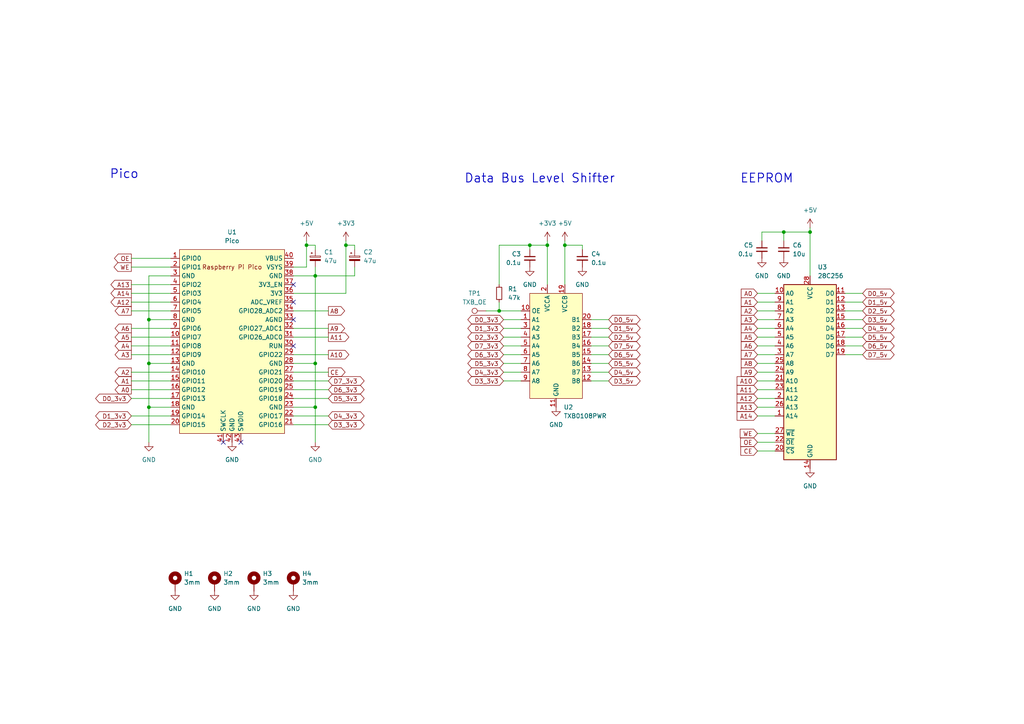
<source format=kicad_sch>
(kicad_sch (version 20230121) (generator eeschema)
  (paper "A4")
  (lib_symbols
    (symbol "Connector:TestPoint" (pin_numbers hide) (pin_names (offset 0.762) hide)
      (property "Reference" "TP" (at 0 6.858 0))
      (property "Value" "TestPoint" (at 0 5.08 0))
      (symbol "TestPoint_0_1"
        (circle (center 0 3.302) (radius 0.762))
      )
      (symbol "TestPoint_1_1"
        (pin passive line (at 0 0 90) (length 2.54) (name "1") (number "1"))
      )
    )
    (symbol "Device:C_Polarized_Small" (pin_numbers hide) (pin_names (offset 0.254) hide)
      (property "Reference" "C" (at 0.254 1.778 0))
      (property "Value" "C_Polarized_Small" (at 0.254 -2.032 0))
      (symbol "C_Polarized_Small_0_1"
        (rectangle (start -1.524 -0.3048) (end 1.524 -0.6858) (fill (type outline)))
        (rectangle (start -1.524 0.6858) (end 1.524 0.3048))
        (polyline (pts (xy -1.27 1.524) (xy -0.762 1.524)))
        (polyline (pts (xy -1.016 1.27) (xy -1.016 1.778)))
      )
      (symbol "C_Polarized_Small_1_1"
        (pin passive line (at 0 2.54 270) (length 1.8542) (name "~") (number "1"))
        (pin passive line (at 0 -2.54 90) (length 1.8542) (name "~") (number "2"))
      )
    )
    (symbol "Device:C_Small" (pin_numbers hide) (pin_names (offset 0.254) hide)
      (property "Reference" "C" (at 0.254 1.778 0))
      (property "Value" "C_Small" (at 0.254 -2.032 0))
      (symbol "C_Small_0_1"
        (polyline (pts (xy -1.524 -0.508) (xy 1.524 -0.508)) (stroke (width 0.3302)))
        (polyline (pts (xy -1.524 0.508) (xy 1.524 0.508)) (stroke (width 0.3048)))
      )
      (symbol "C_Small_1_1"
        (pin passive line (at 0 2.54 270) (length 2.032) (name "~") (number "1"))
        (pin passive line (at 0 -2.54 90) (length 2.032) (name "~") (number "2"))
      )
    )
    (symbol "Device:R_Small" (pin_numbers hide) (pin_names (offset 0.254) hide)
      (property "Reference" "R" (at 0.762 0.508 0))
      (property "Value" "R_Small" (at 0.762 -1.016 0))
      (symbol "R_Small_0_1"
        (rectangle (start -0.762 1.778) (end 0.762 -1.778) (stroke (width 0.2032)))
      )
      (symbol "R_Small_1_1"
        (pin passive line (at 0 2.54 270) (length 0.762) (name "~") (number "1"))
        (pin passive line (at 0 -2.54 90) (length 0.762) (name "~") (number "2"))
      )
    )
    (symbol "MCU_RaspberryPi_and_Boards:Pico"
      (property "Reference" "U" (at -13.97 27.94 0))
      (property "Value" "Pico" (at 0 19.05 0))
      (symbol "Pico_0_0"
        (text "Raspberry Pi Pico" (at 0 21.59 0) (effects (font (size 1.27 1.27))))
      )
      (symbol "Pico_0_1"
        (rectangle (start -15.24 26.67) (end 15.24 -26.67) (fill (type background)))
      )
      (symbol "Pico_1_1"
        (pin bidirectional line (at -17.78 24.13 0) (length 2.54) (name "GPIO0") (number "1"))
        (pin bidirectional line (at -17.78 1.27 0) (length 2.54) (name "GPIO7") (number "10"))
        (pin bidirectional line (at -17.78 -1.27 0) (length 2.54) (name "GPIO8") (number "11"))
        (pin bidirectional line (at -17.78 -3.81 0) (length 2.54) (name "GPIO9") (number "12"))
        (pin power_in line (at -17.78 -6.35 0) (length 2.54) (name "GND") (number "13"))
        (pin bidirectional line (at -17.78 -8.89 0) (length 2.54) (name "GPIO10") (number "14"))
        (pin bidirectional line (at -17.78 -11.43 0) (length 2.54) (name "GPIO11") (number "15"))
        (pin bidirectional line (at -17.78 -13.97 0) (length 2.54) (name "GPIO12") (number "16"))
        (pin bidirectional line (at -17.78 -16.51 0) (length 2.54) (name "GPIO13") (number "17"))
        (pin power_in line (at -17.78 -19.05 0) (length 2.54) (name "GND") (number "18"))
        (pin bidirectional line (at -17.78 -21.59 0) (length 2.54) (name "GPIO14") (number "19"))
        (pin bidirectional line (at -17.78 21.59 0) (length 2.54) (name "GPIO1") (number "2"))
        (pin bidirectional line (at -17.78 -24.13 0) (length 2.54) (name "GPIO15") (number "20"))
        (pin bidirectional line (at 17.78 -24.13 180) (length 2.54) (name "GPIO16") (number "21"))
        (pin bidirectional line (at 17.78 -21.59 180) (length 2.54) (name "GPIO17") (number "22"))
        (pin power_in line (at 17.78 -19.05 180) (length 2.54) (name "GND") (number "23"))
        (pin bidirectional line (at 17.78 -16.51 180) (length 2.54) (name "GPIO18") (number "24"))
        (pin bidirectional line (at 17.78 -13.97 180) (length 2.54) (name "GPIO19") (number "25"))
        (pin bidirectional line (at 17.78 -11.43 180) (length 2.54) (name "GPIO20") (number "26"))
        (pin bidirectional line (at 17.78 -8.89 180) (length 2.54) (name "GPIO21") (number "27"))
        (pin power_in line (at 17.78 -6.35 180) (length 2.54) (name "GND") (number "28"))
        (pin bidirectional line (at 17.78 -3.81 180) (length 2.54) (name "GPIO22") (number "29"))
        (pin power_in line (at -17.78 19.05 0) (length 2.54) (name "GND") (number "3"))
        (pin input line (at 17.78 -1.27 180) (length 2.54) (name "RUN") (number "30"))
        (pin bidirectional line (at 17.78 1.27 180) (length 2.54) (name "GPIO26_ADC0") (number "31"))
        (pin bidirectional line (at 17.78 3.81 180) (length 2.54) (name "GPIO27_ADC1") (number "32"))
        (pin power_in line (at 17.78 6.35 180) (length 2.54) (name "AGND") (number "33"))
        (pin bidirectional line (at 17.78 8.89 180) (length 2.54) (name "GPIO28_ADC2") (number "34"))
        (pin power_in line (at 17.78 11.43 180) (length 2.54) (name "ADC_VREF") (number "35"))
        (pin power_in line (at 17.78 13.97 180) (length 2.54) (name "3V3") (number "36"))
        (pin input line (at 17.78 16.51 180) (length 2.54) (name "3V3_EN") (number "37"))
        (pin bidirectional line (at 17.78 19.05 180) (length 2.54) (name "GND") (number "38"))
        (pin power_in line (at 17.78 21.59 180) (length 2.54) (name "VSYS") (number "39"))
        (pin bidirectional line (at -17.78 16.51 0) (length 2.54) (name "GPIO2") (number "4"))
        (pin power_in line (at 17.78 24.13 180) (length 2.54) (name "VBUS") (number "40"))
        (pin input line (at -2.54 -29.21 90) (length 2.54) (name "SWCLK") (number "41"))
        (pin power_in line (at 0 -29.21 90) (length 2.54) (name "GND") (number "42"))
        (pin bidirectional line (at 2.54 -29.21 90) (length 2.54) (name "SWDIO") (number "43"))
        (pin bidirectional line (at -17.78 13.97 0) (length 2.54) (name "GPIO3") (number "5"))
        (pin bidirectional line (at -17.78 11.43 0) (length 2.54) (name "GPIO4") (number "6"))
        (pin bidirectional line (at -17.78 8.89 0) (length 2.54) (name "GPIO5") (number "7"))
        (pin power_in line (at -17.78 6.35 0) (length 2.54) (name "GND") (number "8"))
        (pin bidirectional line (at -17.78 3.81 0) (length 2.54) (name "GPIO6") (number "9"))
      )
    )
    (symbol "Mechanical:MountingHole_Pad" (pin_numbers hide) (pin_names (offset 1.016) hide)
      (property "Reference" "H" (at 0 6.35 0))
      (property "Value" "MountingHole_Pad" (at 0 4.445 0))
      (symbol "MountingHole_Pad_0_1"
        (circle (center 0 1.27) (radius 1.27) (stroke (width 1.27)))
      )
      (symbol "MountingHole_Pad_1_1"
        (pin input line (at 0 -2.54 90) (length 2.54) (name "1") (number "1"))
      )
    )
    (symbol "Memory_EEPROM:28C256"
      (property "Reference" "U" (at -7.62 26.67 0))
      (property "Value" "28C256" (at 2.54 -26.67 0))
      (symbol "28C256_1_1"
        (rectangle (start -7.62 25.4) (end 7.62 -25.4) (stroke (width 0.254)) (fill (type background)))
        (pin input line (at -10.16 -12.7 0) (length 2.54) (name "A14") (number "1"))
        (pin input line (at -10.16 22.86 0) (length 2.54) (name "A0") (number "10"))
        (pin tri_state line (at 10.16 22.86 180) (length 2.54) (name "D0") (number "11"))
        (pin tri_state line (at 10.16 20.32 180) (length 2.54) (name "D1") (number "12"))
        (pin tri_state line (at 10.16 17.78 180) (length 2.54) (name "D2") (number "13"))
        (pin power_in line (at 0 -27.94 90) (length 2.54) (name "GND") (number "14"))
        (pin tri_state line (at 10.16 15.24 180) (length 2.54) (name "D3") (number "15"))
        (pin tri_state line (at 10.16 12.7 180) (length 2.54) (name "D4") (number "16"))
        (pin tri_state line (at 10.16 10.16 180) (length 2.54) (name "D5") (number "17"))
        (pin tri_state line (at 10.16 7.62 180) (length 2.54) (name "D6") (number "18"))
        (pin tri_state line (at 10.16 5.08 180) (length 2.54) (name "D7") (number "19"))
        (pin input line (at -10.16 -7.62 0) (length 2.54) (name "A12") (number "2"))
        (pin input line (at -10.16 -22.86 0) (length 2.54) (name "~{CS}") (number "20"))
        (pin input line (at -10.16 -2.54 0) (length 2.54) (name "A10") (number "21"))
        (pin input line (at -10.16 -20.32 0) (length 2.54) (name "~{OE}") (number "22"))
        (pin input line (at -10.16 -5.08 0) (length 2.54) (name "A11") (number "23"))
        (pin input line (at -10.16 0 0) (length 2.54) (name "A9") (number "24"))
        (pin input line (at -10.16 2.54 0) (length 2.54) (name "A8") (number "25"))
        (pin input line (at -10.16 -10.16 0) (length 2.54) (name "A13") (number "26"))
        (pin input line (at -10.16 -17.78 0) (length 2.54) (name "~{WE}") (number "27"))
        (pin power_in line (at 0 27.94 270) (length 2.54) (name "VCC") (number "28"))
        (pin input line (at -10.16 5.08 0) (length 2.54) (name "A7") (number "3"))
        (pin input line (at -10.16 7.62 0) (length 2.54) (name "A6") (number "4"))
        (pin input line (at -10.16 10.16 0) (length 2.54) (name "A5") (number "5"))
        (pin input line (at -10.16 12.7 0) (length 2.54) (name "A4") (number "6"))
        (pin input line (at -10.16 15.24 0) (length 2.54) (name "A3") (number "7"))
        (pin input line (at -10.16 17.78 0) (length 2.54) (name "A2") (number "8"))
        (pin input line (at -10.16 20.32 0) (length 2.54) (name "A1") (number "9"))
      )
    )
    (symbol "picoprom:TXB0108PWR"
      (property "Reference" "U" (at 2.54 -17.78 0))
      (property "Value" "TXB0108PWR" (at 2.54 -20.32 0))
      (symbol "TXB0108PWR_1_1"
        (rectangle (start -7.62 15.24) (end 7.62 -15.24) (fill (type background)))
        (pin bidirectional line (at -10.16 7.62 0) (length 2.54) (name "A1") (number "1"))
        (pin bidirectional line (at -10.16 10.16 0) (length 2.54) (name "OE") (number "10"))
        (pin power_in line (at 0 -17.78 90) (length 2.54) (name "GND") (number "11"))
        (pin bidirectional line (at 10.16 -10.16 180) (length 2.54) (name "B8") (number "12"))
        (pin bidirectional line (at 10.16 -7.62 180) (length 2.54) (name "B7") (number "13"))
        (pin bidirectional line (at 10.16 -5.08 180) (length 2.54) (name "B6") (number "14"))
        (pin bidirectional line (at 10.16 -2.54 180) (length 2.54) (name "B5") (number "15"))
        (pin bidirectional line (at 10.16 0 180) (length 2.54) (name "B4") (number "16"))
        (pin bidirectional line (at 10.16 2.54 180) (length 2.54) (name "B3") (number "17"))
        (pin bidirectional line (at 10.16 5.08 180) (length 2.54) (name "B2") (number "18"))
        (pin power_in line (at 2.54 17.78 270) (length 2.54) (name "VCCB") (number "19"))
        (pin power_in line (at -2.54 17.78 270) (length 2.54) (name "VCCA") (number "2"))
        (pin bidirectional line (at 10.16 7.62 180) (length 2.54) (name "B1") (number "20"))
        (pin bidirectional line (at -10.16 5.08 0) (length 2.54) (name "A2") (number "3"))
        (pin bidirectional line (at -10.16 2.54 0) (length 2.54) (name "A3") (number "4"))
        (pin bidirectional line (at -10.16 0 0) (length 2.54) (name "A4") (number "5"))
        (pin bidirectional line (at -10.16 -2.54 0) (length 2.54) (name "A5") (number "6"))
        (pin bidirectional line (at -10.16 -5.08 0) (length 2.54) (name "A6") (number "7"))
        (pin bidirectional line (at -10.16 -7.62 0) (length 2.54) (name "A7") (number "8"))
        (pin bidirectional line (at -10.16 -10.16 0) (length 2.54) (name "A8") (number "9"))
      )
    )
    (symbol "power:+3V3" (power) (pin_names (offset 0))
      (property "Value" "+3V3" (at 0 3.556 0))
      (symbol "+3V3_0_1"
        (polyline (pts (xy -0.762 1.27) (xy 0 2.54)))
        (polyline (pts (xy 0 0) (xy 0 2.54)))
        (polyline (pts (xy 0 2.54) (xy 0.762 1.27)))
      )
      (symbol "+3V3_1_1"
        (pin power_in line (at 0 0 90) (length 0) hide (name "+3V3") (number "1"))
      )
    )
    (symbol "power:+5V" (power) (pin_names (offset 0))
      (property "Value" "+5V" (at 0 3.556 0))
      (symbol "+5V_0_1"
        (polyline (pts (xy -0.762 1.27) (xy 0 2.54)))
        (polyline (pts (xy 0 0) (xy 0 2.54)))
        (polyline (pts (xy 0 2.54) (xy 0.762 1.27)))
      )
      (symbol "+5V_1_1"
        (pin power_in line (at 0 0 90) (length 0) hide (name "+5V") (number "1"))
      )
    )
    (symbol "power:GND" (power) (pin_names (offset 0))
      (property "Value" "GND" (at 0 -3.81 0))
      (symbol "GND_0_1"
        (polyline (pts (xy 0 0) (xy 0 -1.27) (xy 1.27 -1.27) (xy 0 -2.54) (xy -1.27 -1.27) (xy 0 -1.27)))
      )
      (symbol "GND_1_1"
        (pin power_in line (at 0 0 270) (length 0) hide (name "GND") (number "1"))
      )
    )
  )
  (junction (at 158.75 71.12))
  (junction (at 91.44 105.41))
  (junction (at 153.67 71.12))
  (junction (at 43.18 92.71))
  (junction (at 227.33 67.31))
  (junction (at 91.44 80.01))
  (junction (at 43.18 105.41))
  (junction (at 163.83 71.12))
  (junction (at 144.78 90.17))
  (junction (at 234.95 67.31))
  (junction (at 88.9 71.12))
  (junction (at 100.33 71.12))
  (junction (at 91.44 118.11))
  (junction (at 43.18 118.11))
  (no_connect (at 69.85 128.27))
  (no_connect (at 85.09 100.33))
  (no_connect (at 85.09 87.63))
  (no_connect (at 85.09 82.55))
  (no_connect (at 85.09 92.71))
  (no_connect (at 64.77 128.27))
  (wire (pts (xy 85.09 90.17) (xy 95.25 90.17)))
  (wire (pts (xy 91.44 80.01) (xy 102.87 80.01)))
  (wire (pts (xy 144.78 71.12) (xy 144.78 82.55)))
  (wire (pts (xy 146.05 100.33) (xy 151.13 100.33)))
  (wire (pts (xy 91.44 105.41) (xy 91.44 118.11)))
  (wire (pts (xy 38.1 100.33) (xy 49.53 100.33)))
  (wire (pts (xy 245.11 102.87) (xy 250.19 102.87)))
  (wire (pts (xy 245.11 92.71) (xy 250.19 92.71)))
  (wire (pts (xy 219.71 115.57) (xy 224.79 115.57)))
  (wire (pts (xy 85.09 95.25) (xy 95.25 95.25)))
  (wire (pts (xy 43.18 128.27) (xy 43.18 118.11)))
  (wire (pts (xy 168.91 71.12) (xy 168.91 72.39)))
  (wire (pts (xy 85.09 115.57) (xy 95.25 115.57)))
  (wire (pts (xy 43.18 80.01) (xy 49.53 80.01)))
  (wire (pts (xy 219.71 128.27) (xy 224.79 128.27)))
  (wire (pts (xy 91.44 77.47) (xy 91.44 80.01)))
  (wire (pts (xy 146.05 95.25) (xy 151.13 95.25)))
  (wire (pts (xy 219.71 110.49) (xy 224.79 110.49)))
  (wire (pts (xy 43.18 118.11) (xy 49.53 118.11)))
  (wire (pts (xy 245.11 97.79) (xy 250.19 97.79)))
  (wire (pts (xy 144.78 87.63) (xy 144.78 90.17)))
  (wire (pts (xy 219.71 90.17) (xy 224.79 90.17)))
  (wire (pts (xy 100.33 85.09) (xy 85.09 85.09)))
  (wire (pts (xy 85.09 120.65) (xy 95.25 120.65)))
  (wire (pts (xy 85.09 105.41) (xy 91.44 105.41)))
  (wire (pts (xy 163.83 71.12) (xy 168.91 71.12)))
  (wire (pts (xy 219.71 92.71) (xy 224.79 92.71)))
  (wire (pts (xy 38.1 90.17) (xy 49.53 90.17)))
  (wire (pts (xy 38.1 95.25) (xy 49.53 95.25)))
  (wire (pts (xy 245.11 100.33) (xy 250.19 100.33)))
  (wire (pts (xy 171.45 105.41) (xy 176.53 105.41)))
  (wire (pts (xy 43.18 92.71) (xy 49.53 92.71)))
  (wire (pts (xy 219.71 102.87) (xy 224.79 102.87)))
  (wire (pts (xy 220.98 67.31) (xy 227.33 67.31)))
  (wire (pts (xy 171.45 107.95) (xy 176.53 107.95)))
  (wire (pts (xy 219.71 85.09) (xy 224.79 85.09)))
  (wire (pts (xy 227.33 67.31) (xy 227.33 69.85)))
  (wire (pts (xy 245.11 85.09) (xy 250.19 85.09)))
  (wire (pts (xy 158.75 69.85) (xy 158.75 71.12)))
  (wire (pts (xy 219.71 130.81) (xy 224.79 130.81)))
  (wire (pts (xy 146.05 97.79) (xy 151.13 97.79)))
  (wire (pts (xy 171.45 110.49) (xy 176.53 110.49)))
  (wire (pts (xy 219.71 125.73) (xy 224.79 125.73)))
  (wire (pts (xy 38.1 110.49) (xy 49.53 110.49)))
  (wire (pts (xy 227.33 67.31) (xy 234.95 67.31)))
  (wire (pts (xy 38.1 85.09) (xy 49.53 85.09)))
  (wire (pts (xy 38.1 82.55) (xy 49.53 82.55)))
  (wire (pts (xy 88.9 77.47) (xy 85.09 77.47)))
  (wire (pts (xy 163.83 71.12) (xy 163.83 82.55)))
  (wire (pts (xy 245.11 95.25) (xy 250.19 95.25)))
  (wire (pts (xy 85.09 118.11) (xy 91.44 118.11)))
  (wire (pts (xy 171.45 100.33) (xy 176.53 100.33)))
  (wire (pts (xy 219.71 95.25) (xy 224.79 95.25)))
  (wire (pts (xy 91.44 118.11) (xy 91.44 128.27)))
  (wire (pts (xy 153.67 71.12) (xy 153.67 72.39)))
  (wire (pts (xy 102.87 77.47) (xy 102.87 80.01)))
  (wire (pts (xy 100.33 71.12) (xy 100.33 85.09)))
  (wire (pts (xy 234.95 66.04) (xy 234.95 67.31)))
  (wire (pts (xy 38.1 113.03) (xy 49.53 113.03)))
  (wire (pts (xy 158.75 71.12) (xy 158.75 82.55)))
  (wire (pts (xy 38.1 102.87) (xy 49.53 102.87)))
  (wire (pts (xy 43.18 92.71) (xy 43.18 80.01)))
  (wire (pts (xy 171.45 97.79) (xy 176.53 97.79)))
  (wire (pts (xy 91.44 80.01) (xy 91.44 105.41)))
  (wire (pts (xy 163.83 69.85) (xy 163.83 71.12)))
  (wire (pts (xy 85.09 113.03) (xy 95.25 113.03)))
  (wire (pts (xy 88.9 71.12) (xy 88.9 77.47)))
  (wire (pts (xy 38.1 115.57) (xy 49.53 115.57)))
  (wire (pts (xy 146.05 105.41) (xy 151.13 105.41)))
  (wire (pts (xy 219.71 120.65) (xy 224.79 120.65)))
  (wire (pts (xy 38.1 120.65) (xy 49.53 120.65)))
  (wire (pts (xy 38.1 107.95) (xy 49.53 107.95)))
  (wire (pts (xy 85.09 123.19) (xy 95.25 123.19)))
  (wire (pts (xy 38.1 97.79) (xy 49.53 97.79)))
  (wire (pts (xy 146.05 110.49) (xy 151.13 110.49)))
  (wire (pts (xy 88.9 69.85) (xy 88.9 71.12)))
  (wire (pts (xy 144.78 90.17) (xy 151.13 90.17)))
  (wire (pts (xy 38.1 87.63) (xy 49.53 87.63)))
  (wire (pts (xy 91.44 71.12) (xy 91.44 72.39)))
  (wire (pts (xy 153.67 71.12) (xy 144.78 71.12)))
  (wire (pts (xy 171.45 95.25) (xy 176.53 95.25)))
  (wire (pts (xy 43.18 118.11) (xy 43.18 105.41)))
  (wire (pts (xy 219.71 87.63) (xy 224.79 87.63)))
  (wire (pts (xy 102.87 71.12) (xy 102.87 72.39)))
  (wire (pts (xy 234.95 67.31) (xy 234.95 80.01)))
  (wire (pts (xy 140.97 90.17) (xy 144.78 90.17)))
  (wire (pts (xy 100.33 69.85) (xy 100.33 71.12)))
  (wire (pts (xy 220.98 67.31) (xy 220.98 69.85)))
  (wire (pts (xy 171.45 102.87) (xy 176.53 102.87)))
  (wire (pts (xy 85.09 102.87) (xy 95.25 102.87)))
  (wire (pts (xy 85.09 97.79) (xy 95.25 97.79)))
  (wire (pts (xy 43.18 105.41) (xy 49.53 105.41)))
  (wire (pts (xy 146.05 102.87) (xy 151.13 102.87)))
  (wire (pts (xy 146.05 107.95) (xy 151.13 107.95)))
  (wire (pts (xy 38.1 77.47) (xy 49.53 77.47)))
  (wire (pts (xy 43.18 105.41) (xy 43.18 92.71)))
  (wire (pts (xy 85.09 110.49) (xy 95.25 110.49)))
  (wire (pts (xy 146.05 92.71) (xy 151.13 92.71)))
  (wire (pts (xy 158.75 71.12) (xy 153.67 71.12)))
  (wire (pts (xy 85.09 80.01) (xy 91.44 80.01)))
  (wire (pts (xy 38.1 74.93) (xy 49.53 74.93)))
  (wire (pts (xy 219.71 118.11) (xy 224.79 118.11)))
  (wire (pts (xy 219.71 113.03) (xy 224.79 113.03)))
  (wire (pts (xy 85.09 107.95) (xy 95.25 107.95)))
  (wire (pts (xy 171.45 92.71) (xy 176.53 92.71)))
  (wire (pts (xy 88.9 71.12) (xy 91.44 71.12)))
  (wire (pts (xy 245.11 87.63) (xy 250.19 87.63)))
  (wire (pts (xy 219.71 107.95) (xy 224.79 107.95)))
  (wire (pts (xy 219.71 105.41) (xy 224.79 105.41)))
  (wire (pts (xy 219.71 100.33) (xy 224.79 100.33)))
  (wire (pts (xy 245.11 90.17) (xy 250.19 90.17)))
  (wire (pts (xy 100.33 71.12) (xy 102.87 71.12)))
  (wire (pts (xy 219.71 97.79) (xy 224.79 97.79)))
  (wire (pts (xy 38.1 123.19) (xy 49.53 123.19)))
  (text "Data Bus Level Shifter" (at 134.62 53.34 0) (effects (font (size 2.54 2.54) (thickness 0.254) bold) (justify left bottom)))
  (text "Pico" (at 31.75 52.07 0) (effects (font (size 2.54 2.54) (thickness 0.254) bold) (justify left bottom)))
  (text "EEPROM" (at 214.63 53.34 0) (effects (font (size 2.54 2.54) (thickness 0.254) bold) (justify left bottom)))
  (global_label "D2_3v3" (shape bidirectional) (at 38.1 123.19 180) (property "Intersheetrefs" "${INTERSHEET_REFS}" (effects hide)))
  (global_label "A11" (shape output) (at 95.25 97.79 0) (property "Intersheetrefs" "${INTERSHEET_REFS}" (effects hide)))
  (global_label "D0_5v" (shape bidirectional) (at 250.19 85.09 0) (property "Intersheetrefs" "${INTERSHEET_REFS}" (effects hide)))
  (global_label "WE" (shape input) (at 219.71 125.73 180) (property "Intersheetrefs" "${INTERSHEET_REFS}" (effects hide)))
  (global_label "D2_5v" (shape bidirectional) (at 250.19 90.17 0) (property "Intersheetrefs" "${INTERSHEET_REFS}" (effects hide)))
  (global_label "D2_3v3" (shape bidirectional) (at 146.05 97.79 180) (property "Intersheetrefs" "${INTERSHEET_REFS}" (effects hide)))
  (global_label "A10" (shape output) (at 95.25 102.87 0) (property "Intersheetrefs" "${INTERSHEET_REFS}" (effects hide)))
  (global_label "A7" (shape output) (at 38.1 90.17 180) (property "Intersheetrefs" "${INTERSHEET_REFS}" (effects hide)))
  (global_label "A13" (shape output) (at 38.1 82.55 180) (property "Intersheetrefs" "${INTERSHEET_REFS}" (effects hide)))
  (global_label "D1_5v" (shape bidirectional) (at 250.19 87.63 0) (property "Intersheetrefs" "${INTERSHEET_REFS}" (effects hide)))
  (global_label "D6_3v3" (shape bidirectional) (at 146.05 102.87 180) (property "Intersheetrefs" "${INTERSHEET_REFS}" (effects hide)))
  (global_label "A8" (shape input) (at 219.71 105.41 180) (property "Intersheetrefs" "${INTERSHEET_REFS}" (effects hide)))
  (global_label "A11" (shape input) (at 219.71 113.03 180) (property "Intersheetrefs" "${INTERSHEET_REFS}" (effects hide)))
  (global_label "OE" (shape output) (at 38.1 74.93 180) (property "Intersheetrefs" "${INTERSHEET_REFS}" (effects hide)))
  (global_label "D7_3v3" (shape bidirectional) (at 146.05 100.33 180) (property "Intersheetrefs" "${INTERSHEET_REFS}" (effects hide)))
  (global_label "D4_5v" (shape bidirectional) (at 250.19 95.25 0) (property "Intersheetrefs" "${INTERSHEET_REFS}" (effects hide)))
  (global_label "D7_5v" (shape bidirectional) (at 250.19 102.87 0) (property "Intersheetrefs" "${INTERSHEET_REFS}" (effects hide)))
  (global_label "D1_5v" (shape bidirectional) (at 176.53 95.25 0) (property "Intersheetrefs" "${INTERSHEET_REFS}" (effects hide)))
  (global_label "D0_3v3" (shape bidirectional) (at 38.1 115.57 180) (property "Intersheetrefs" "${INTERSHEET_REFS}" (effects hide)))
  (global_label "A4" (shape output) (at 38.1 100.33 180) (property "Intersheetrefs" "${INTERSHEET_REFS}" (effects hide)))
  (global_label "D4_3v3" (shape bidirectional) (at 95.25 120.65 0) (property "Intersheetrefs" "${INTERSHEET_REFS}" (effects hide)))
  (global_label "D7_5v" (shape bidirectional) (at 176.53 100.33 0) (property "Intersheetrefs" "${INTERSHEET_REFS}" (effects hide)))
  (global_label "A9" (shape output) (at 95.25 95.25 0) (property "Intersheetrefs" "${INTERSHEET_REFS}" (effects hide)))
  (global_label "A14" (shape output) (at 38.1 85.09 180) (property "Intersheetrefs" "${INTERSHEET_REFS}" (effects hide)))
  (global_label "A6" (shape input) (at 219.71 100.33 180) (property "Intersheetrefs" "${INTERSHEET_REFS}" (effects hide)))
  (global_label "A2" (shape output) (at 38.1 107.95 180) (property "Intersheetrefs" "${INTERSHEET_REFS}" (effects hide)))
  (global_label "D3_5v" (shape bidirectional) (at 176.53 110.49 0) (property "Intersheetrefs" "${INTERSHEET_REFS}" (effects hide)))
  (global_label "A9" (shape input) (at 219.71 107.95 180) (property "Intersheetrefs" "${INTERSHEET_REFS}" (effects hide)))
  (global_label "D4_5v" (shape bidirectional) (at 176.53 107.95 0) (property "Intersheetrefs" "${INTERSHEET_REFS}" (effects hide)))
  (global_label "D1_3v3" (shape bidirectional) (at 38.1 120.65 180) (property "Intersheetrefs" "${INTERSHEET_REFS}" (effects hide)))
  (global_label "WE" (shape output) (at 38.1 77.47 180) (property "Intersheetrefs" "${INTERSHEET_REFS}" (effects hide)))
  (global_label "A5" (shape output) (at 38.1 97.79 180) (property "Intersheetrefs" "${INTERSHEET_REFS}" (effects hide)))
  (global_label "OE" (shape input) (at 219.71 128.27 180) (property "Intersheetrefs" "${INTERSHEET_REFS}" (effects hide)))
  (global_label "A14" (shape input) (at 219.71 120.65 180) (property "Intersheetrefs" "${INTERSHEET_REFS}" (effects hide)))
  (global_label "A3" (shape input) (at 219.71 92.71 180) (property "Intersheetrefs" "${INTERSHEET_REFS}" (effects hide)))
  (global_label "D6_5v" (shape bidirectional) (at 176.53 102.87 0) (property "Intersheetrefs" "${INTERSHEET_REFS}" (effects hide)))
  (global_label "A6" (shape output) (at 38.1 95.25 180) (property "Intersheetrefs" "${INTERSHEET_REFS}" (effects hide)))
  (global_label "D3_3v3" (shape bidirectional) (at 95.25 123.19 0) (property "Intersheetrefs" "${INTERSHEET_REFS}" (effects hide)))
  (global_label "D5_5v" (shape bidirectional) (at 250.19 97.79 0) (property "Intersheetrefs" "${INTERSHEET_REFS}" (effects hide)))
  (global_label "D3_3v3" (shape bidirectional) (at 146.05 110.49 180) (property "Intersheetrefs" "${INTERSHEET_REFS}" (effects hide)))
  (global_label "D2_5v" (shape bidirectional) (at 176.53 97.79 0) (property "Intersheetrefs" "${INTERSHEET_REFS}" (effects hide)))
  (global_label "D5_3v3" (shape bidirectional) (at 146.05 105.41 180) (property "Intersheetrefs" "${INTERSHEET_REFS}" (effects hide)))
  (global_label "CE" (shape output) (at 95.25 107.95 0) (property "Intersheetrefs" "${INTERSHEET_REFS}" (effects hide)))
  (global_label "A12" (shape input) (at 219.71 115.57 180) (property "Intersheetrefs" "${INTERSHEET_REFS}" (effects hide)))
  (global_label "A4" (shape input) (at 219.71 95.25 180) (property "Intersheetrefs" "${INTERSHEET_REFS}" (effects hide)))
  (global_label "D0_5v" (shape bidirectional) (at 176.53 92.71 0) (property "Intersheetrefs" "${INTERSHEET_REFS}" (effects hide)))
  (global_label "D7_3v3" (shape bidirectional) (at 95.25 110.49 0) (property "Intersheetrefs" "${INTERSHEET_REFS}" (effects hide)))
  (global_label "CE" (shape input) (at 219.71 130.81 180) (property "Intersheetrefs" "${INTERSHEET_REFS}" (effects hide)))
  (global_label "A1" (shape output) (at 38.1 110.49 180) (property "Intersheetrefs" "${INTERSHEET_REFS}" (effects hide)))
  (global_label "A1" (shape input) (at 219.71 87.63 180) (property "Intersheetrefs" "${INTERSHEET_REFS}" (effects hide)))
  (global_label "A13" (shape input) (at 219.71 118.11 180) (property "Intersheetrefs" "${INTERSHEET_REFS}" (effects hide)))
  (global_label "A0" (shape input) (at 219.71 85.09 180) (property "Intersheetrefs" "${INTERSHEET_REFS}" (effects hide)))
  (global_label "A7" (shape input) (at 219.71 102.87 180) (property "Intersheetrefs" "${INTERSHEET_REFS}" (effects hide)))
  (global_label "D1_3v3" (shape bidirectional) (at 146.05 95.25 180) (property "Intersheetrefs" "${INTERSHEET_REFS}" (effects hide)))
  (global_label "D6_3v3" (shape bidirectional) (at 95.25 113.03 0) (property "Intersheetrefs" "${INTERSHEET_REFS}" (effects hide)))
  (global_label "A12" (shape output) (at 38.1 87.63 180) (property "Intersheetrefs" "${INTERSHEET_REFS}" (effects hide)))
  (global_label "D6_5v" (shape bidirectional) (at 250.19 100.33 0) (property "Intersheetrefs" "${INTERSHEET_REFS}" (effects hide)))
  (global_label "A0" (shape output) (at 38.1 113.03 180) (property "Intersheetrefs" "${INTERSHEET_REFS}" (effects hide)))
  (global_label "A10" (shape input) (at 219.71 110.49 180) (property "Intersheetrefs" "${INTERSHEET_REFS}" (effects hide)))
  (global_label "D4_3v3" (shape bidirectional) (at 146.05 107.95 180) (property "Intersheetrefs" "${INTERSHEET_REFS}" (effects hide)))
  (global_label "D3_5v" (shape bidirectional) (at 250.19 92.71 0) (property "Intersheetrefs" "${INTERSHEET_REFS}" (effects hide)))
  (global_label "A8" (shape output) (at 95.25 90.17 0) (property "Intersheetrefs" "${INTERSHEET_REFS}" (effects hide)))
  (global_label "A5" (shape input) (at 219.71 97.79 180) (property "Intersheetrefs" "${INTERSHEET_REFS}" (effects hide)))
  (global_label "D5_3v3" (shape bidirectional) (at 95.25 115.57 0) (property "Intersheetrefs" "${INTERSHEET_REFS}" (effects hide)))
  (global_label "A2" (shape input) (at 219.71 90.17 180) (property "Intersheetrefs" "${INTERSHEET_REFS}" (effects hide)))
  (global_label "D0_3v3" (shape bidirectional) (at 146.05 92.71 180) (property "Intersheetrefs" "${INTERSHEET_REFS}" (effects hide)))
  (global_label "D5_5v" (shape bidirectional) (at 176.53 105.41 0) (property "Intersheetrefs" "${INTERSHEET_REFS}" (effects hide)))
  (global_label "A3" (shape output) (at 38.1 102.87 180) (property "Intersheetrefs" "${INTERSHEET_REFS}" (effects hide)))
  (symbol (lib_id "Device:C_Small") (at 153.67 74.93 0) (mirror y) (unit 1)
    (property "Reference" "C3" (at 151.13 73.6663 0) (effects (justify left)))
    (property "Value" "0.1u" (at 151.13 76.2063 0) (effects (justify left)))
    (property "Footprint" "Capacitor_SMD:C_0805_2012Metric_Pad1.18x1.45mm_HandSolder" (effects hide))
  )
  (symbol (lib_id "Device:C_Small") (at 227.33 72.39 0) (unit 1)
    (property "Reference" "C6" (at 229.87 71.1263 0) (effects (justify left)))
    (property "Value" "10u" (at 229.87 73.6663 0) (effects (justify left)))
    (property "Footprint" "Capacitor_SMD:C_0805_2012Metric_Pad1.18x1.45mm_HandSolder" (effects hide))
  )
  (symbol (lib_id "power:GND") (at 85.09 171.45 0) (unit 1)
    (property "Reference" "#PWR018" (effects hide))
    (property "Value" "GND" (at 85.09 176.53 0))
  )
  (symbol (lib_id "power:GND") (at 73.66 171.45 0) (unit 1)
    (property "Reference" "#PWR017" (effects hide))
    (property "Value" "GND" (at 73.66 176.53 0))
  )
  (symbol (lib_id "power:GND") (at 67.31 128.27 0) (unit 1)
    (property "Reference" "#PWR02" (effects hide))
    (property "Value" "GND" (at 67.31 133.35 0))
  )
  (symbol (lib_id "power:GND") (at 168.91 77.47 0) (unit 1)
    (property "Reference" "#PWR010" (effects hide))
    (property "Value" "GND" (at 168.91 82.55 0))
  )
  (symbol (lib_id "Connector:TestPoint") (at 140.97 90.17 90) (unit 1)
    (property "Reference" "TP1" (at 137.668 85.09 90))
    (property "Value" "TXB_OE" (at 137.668 87.63 90))
    (property "Footprint" "TestPoint:TestPoint_Pad_D2.0mm" (effects hide))
  )
  (symbol (lib_id "Device:R_Small") (at 144.78 85.09 0) (unit 1)
    (property "Reference" "R1" (at 147.32 83.82 0) (effects (justify left)))
    (property "Value" "47k" (at 147.32 86.36 0) (effects (justify left)))
    (property "Footprint" "Resistor_SMD:R_0805_2012Metric_Pad1.20x1.40mm_HandSolder" (effects hide))
  )
  (symbol (lib_id "power:GND") (at 62.23 171.45 0) (unit 1)
    (property "Reference" "#PWR016" (effects hide))
    (property "Value" "GND" (at 62.23 176.53 0))
  )
  (symbol (lib_id "power:GND") (at 43.18 128.27 0) (unit 1)
    (property "Reference" "#PWR01" (effects hide))
    (property "Value" "GND" (at 43.18 133.35 0))
  )
  (symbol (lib_id "power:GND") (at 227.33 74.93 0) (unit 1)
    (property "Reference" "#PWR012" (effects hide))
    (property "Value" "GND" (at 227.33 80.01 0))
  )
  (symbol (lib_id "power:+3V3") (at 158.75 69.85 0) (unit 1)
    (property "Reference" "#PWR07" (effects hide))
    (property "Value" "+3V3" (at 158.75 64.77 0))
  )
  (symbol (lib_id "power:GND") (at 234.95 135.89 0) (unit 1)
    (property "Reference" "#PWR014" (effects hide))
    (property "Value" "GND" (at 234.95 140.97 0))
  )
  (symbol (lib_id "Device:C_Polarized_Small") (at 102.87 74.93 0) (unit 1)
    (property "Reference" "C2" (at 105.41 73.1139 0) (effects (justify left)))
    (property "Value" "47u" (at 105.41 75.6539 0) (effects (justify left)))
    (property "Footprint" "Capacitor_SMD:CP_Elec_6.3x5.8" (effects hide))
  )
  (symbol (lib_id "MCU_RaspberryPi_and_Boards:Pico") (at 67.31 99.06 0) (unit 1)
    (property "Reference" "U1" (at 67.31 67.31 0))
    (property "Value" "Pico" (at 67.31 69.85 0))
    (property "Footprint" "MCU_RaspberryPi_and_Boards:RPi_Pico_SMD_TH" (effects hide))
  )
  (symbol (lib_id "Mechanical:MountingHole_Pad") (at 62.23 168.91 0) (unit 1)
    (property "Reference" "H2" (at 64.77 166.37 0) (effects (justify left)))
    (property "Value" "3mm" (at 64.77 168.91 0) (effects (justify left)))
    (property "Footprint" "MountingHole:MountingHole_3mm_Pad" (effects hide))
  )
  (symbol (lib_id "power:+3V3") (at 100.33 69.85 0) (unit 1)
    (property "Reference" "#PWR05" (effects hide))
    (property "Value" "+3V3" (at 100.33 64.77 0))
  )
  (symbol (lib_id "power:GND") (at 50.8 171.45 0) (unit 1)
    (property "Reference" "#PWR015" (effects hide))
    (property "Value" "GND" (at 50.8 176.53 0))
  )
  (symbol (lib_id "picoprom:TXB0108PWR") (at 161.29 100.33 0) (unit 1)
    (property "Reference" "U2" (at 163.4841 118.11 0) (effects (justify left)))
    (property "Value" "TXB0108PWR" (at 163.4841 120.65 0) (effects (justify left)))
    (property "Footprint" "Package_SO:TSSOP-20_4.4x6.5mm_P0.65mm" (effects hide))
    (property "Datasheet" "https://www.ti.com/lit/ds/symlink/txb0108.pdf" (effects hide))
  )
  (symbol (lib_id "Device:C_Small") (at 168.91 74.93 0) (unit 1)
    (property "Reference" "C4" (at 171.45 73.6663 0) (effects (justify left)))
    (property "Value" "0.1u" (at 171.45 76.2063 0) (effects (justify left)))
    (property "Footprint" "Capacitor_SMD:C_0805_2012Metric_Pad1.18x1.45mm_HandSolder" (effects hide))
  )
  (symbol (lib_id "power:+5V") (at 234.95 66.04 0) (unit 1)
    (property "Reference" "#PWR013" (effects hide))
    (property "Value" "+5V" (at 234.95 60.96 0))
  )
  (symbol (lib_id "power:GND") (at 220.98 74.93 0) (mirror y) (unit 1)
    (property "Reference" "#PWR011" (effects hide))
    (property "Value" "GND" (at 220.98 80.01 0))
  )
  (symbol (lib_id "power:GND") (at 161.29 118.11 0) (unit 1)
    (property "Reference" "#PWR08" (effects hide))
    (property "Value" "GND" (at 161.29 123.19 0))
  )
  (symbol (lib_id "Mechanical:MountingHole_Pad") (at 85.09 168.91 0) (unit 1)
    (property "Reference" "H4" (at 87.63 166.37 0) (effects (justify left)))
    (property "Value" "3mm" (at 87.63 168.91 0) (effects (justify left)))
    (property "Footprint" "MountingHole:MountingHole_3mm_Pad" (effects hide))
  )
  (symbol (lib_id "power:GND") (at 91.44 128.27 0) (unit 1)
    (property "Reference" "#PWR04" (effects hide))
    (property "Value" "GND" (at 91.44 133.35 0))
  )
  (symbol (lib_id "Device:C_Polarized_Small") (at 91.44 74.93 0) (unit 1)
    (property "Reference" "C1" (at 93.98 73.1139 0) (effects (justify left)))
    (property "Value" "47u" (at 93.98 75.6539 0) (effects (justify left)))
    (property "Footprint" "Capacitor_SMD:CP_Elec_6.3x5.8" (effects hide))
  )
  (symbol (lib_id "Device:C_Small") (at 220.98 72.39 0) (mirror y) (unit 1)
    (property "Reference" "C5" (at 218.44 71.1263 0) (effects (justify left)))
    (property "Value" "0.1u" (at 218.44 73.6663 0) (effects (justify left)))
    (property "Footprint" "Capacitor_SMD:C_0805_2012Metric_Pad1.18x1.45mm_HandSolder" (effects hide))
  )
  (symbol (lib_id "power:+5V") (at 163.83 69.85 0) (unit 1)
    (property "Reference" "#PWR09" (effects hide))
    (property "Value" "+5V" (at 163.83 64.77 0))
  )
  (symbol (lib_id "Mechanical:MountingHole_Pad") (at 50.8 168.91 0) (unit 1)
    (property "Reference" "H1" (at 53.34 166.37 0) (effects (justify left)))
    (property "Value" "3mm" (at 53.34 168.91 0) (effects (justify left)))
    (property "Footprint" "MountingHole:MountingHole_3mm_Pad" (effects hide))
  )
  (symbol (lib_id "power:+5V") (at 88.9 69.85 0) (unit 1)
    (property "Reference" "#PWR03" (effects hide))
    (property "Value" "+5V" (at 88.9 64.77 0))
  )
  (symbol (lib_id "power:GND") (at 153.67 77.47 0) (unit 1)
    (property "Reference" "#PWR06" (effects hide))
    (property "Value" "GND" (at 153.67 82.55 0))
  )
  (symbol (lib_id "Mechanical:MountingHole_Pad") (at 73.66 168.91 0) (unit 1)
    (property "Reference" "H3" (at 76.2 166.37 0) (effects (justify left)))
    (property "Value" "3mm" (at 76.2 168.91 0) (effects (justify left)))
    (property "Footprint" "MountingHole:MountingHole_3mm_Pad" (effects hide))
  )
  (symbol (lib_id "Memory_EEPROM:28C256") (at 234.95 107.95 0) (unit 1)
    (property "Reference" "U3" (at 237.1441 77.47 0) (effects (justify left)))
    (property "Value" "28C256" (at 237.1441 80.01 0) (effects (justify left)))
    (property "Footprint" "Socket:DIP_Socket-28_W11.9_W12.7_W15.24_W17.78_W18.5_3M_228-1277-00-0602J" (effects hide))
    (property "Datasheet" "http://ww1.microchip.com/downloads/en/DeviceDoc/doc0006.pdf" (effects hide))
  )
)
</source>
